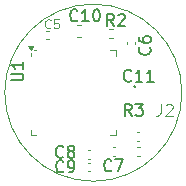
<source format=gbr>
%TF.GenerationSoftware,KiCad,Pcbnew,9.0.0*%
%TF.CreationDate,2025-03-13T16:47:56-04:00*%
%TF.ProjectId,IngestibleCapsule-Board_larger_vias,496e6765-7374-4696-926c-654361707375,rev?*%
%TF.SameCoordinates,Original*%
%TF.FileFunction,Legend,Top*%
%TF.FilePolarity,Positive*%
%FSLAX46Y46*%
G04 Gerber Fmt 4.6, Leading zero omitted, Abs format (unit mm)*
G04 Created by KiCad (PCBNEW 9.0.0) date 2025-03-13 16:47:56*
%MOMM*%
%LPD*%
G01*
G04 APERTURE LIST*
%ADD10C,0.093750*%
%ADD11C,0.150000*%
%ADD12C,0.100000*%
%ADD13C,0.120000*%
%TA.AperFunction,Profile*%
%ADD14C,0.050000*%
%TD*%
G04 APERTURE END LIST*
D10*
X96374999Y-69470660D02*
X96339285Y-69506375D01*
X96339285Y-69506375D02*
X96232142Y-69542089D01*
X96232142Y-69542089D02*
X96160714Y-69542089D01*
X96160714Y-69542089D02*
X96053571Y-69506375D01*
X96053571Y-69506375D02*
X95982142Y-69434946D01*
X95982142Y-69434946D02*
X95946428Y-69363517D01*
X95946428Y-69363517D02*
X95910714Y-69220660D01*
X95910714Y-69220660D02*
X95910714Y-69113517D01*
X95910714Y-69113517D02*
X95946428Y-68970660D01*
X95946428Y-68970660D02*
X95982142Y-68899232D01*
X95982142Y-68899232D02*
X96053571Y-68827803D01*
X96053571Y-68827803D02*
X96160714Y-68792089D01*
X96160714Y-68792089D02*
X96232142Y-68792089D01*
X96232142Y-68792089D02*
X96339285Y-68827803D01*
X96339285Y-68827803D02*
X96374999Y-68863517D01*
X97053571Y-68792089D02*
X96696428Y-68792089D01*
X96696428Y-68792089D02*
X96660714Y-69149232D01*
X96660714Y-69149232D02*
X96696428Y-69113517D01*
X96696428Y-69113517D02*
X96767857Y-69077803D01*
X96767857Y-69077803D02*
X96946428Y-69077803D01*
X96946428Y-69077803D02*
X97017857Y-69113517D01*
X97017857Y-69113517D02*
X97053571Y-69149232D01*
X97053571Y-69149232D02*
X97089285Y-69220660D01*
X97089285Y-69220660D02*
X97089285Y-69399232D01*
X97089285Y-69399232D02*
X97053571Y-69470660D01*
X97053571Y-69470660D02*
X97017857Y-69506375D01*
X97017857Y-69506375D02*
X96946428Y-69542089D01*
X96946428Y-69542089D02*
X96767857Y-69542089D01*
X96767857Y-69542089D02*
X96696428Y-69506375D01*
X96696428Y-69506375D02*
X96660714Y-69470660D01*
D11*
X97453333Y-81639580D02*
X97405714Y-81687200D01*
X97405714Y-81687200D02*
X97262857Y-81734819D01*
X97262857Y-81734819D02*
X97167619Y-81734819D01*
X97167619Y-81734819D02*
X97024762Y-81687200D01*
X97024762Y-81687200D02*
X96929524Y-81591961D01*
X96929524Y-81591961D02*
X96881905Y-81496723D01*
X96881905Y-81496723D02*
X96834286Y-81306247D01*
X96834286Y-81306247D02*
X96834286Y-81163390D01*
X96834286Y-81163390D02*
X96881905Y-80972914D01*
X96881905Y-80972914D02*
X96929524Y-80877676D01*
X96929524Y-80877676D02*
X97024762Y-80782438D01*
X97024762Y-80782438D02*
X97167619Y-80734819D01*
X97167619Y-80734819D02*
X97262857Y-80734819D01*
X97262857Y-80734819D02*
X97405714Y-80782438D01*
X97405714Y-80782438D02*
X97453333Y-80830057D01*
X97929524Y-81734819D02*
X98120000Y-81734819D01*
X98120000Y-81734819D02*
X98215238Y-81687200D01*
X98215238Y-81687200D02*
X98262857Y-81639580D01*
X98262857Y-81639580D02*
X98358095Y-81496723D01*
X98358095Y-81496723D02*
X98405714Y-81306247D01*
X98405714Y-81306247D02*
X98405714Y-80925295D01*
X98405714Y-80925295D02*
X98358095Y-80830057D01*
X98358095Y-80830057D02*
X98310476Y-80782438D01*
X98310476Y-80782438D02*
X98215238Y-80734819D01*
X98215238Y-80734819D02*
X98024762Y-80734819D01*
X98024762Y-80734819D02*
X97929524Y-80782438D01*
X97929524Y-80782438D02*
X97881905Y-80830057D01*
X97881905Y-80830057D02*
X97834286Y-80925295D01*
X97834286Y-80925295D02*
X97834286Y-81163390D01*
X97834286Y-81163390D02*
X97881905Y-81258628D01*
X97881905Y-81258628D02*
X97929524Y-81306247D01*
X97929524Y-81306247D02*
X98024762Y-81353866D01*
X98024762Y-81353866D02*
X98215238Y-81353866D01*
X98215238Y-81353866D02*
X98310476Y-81306247D01*
X98310476Y-81306247D02*
X98358095Y-81258628D01*
X98358095Y-81258628D02*
X98405714Y-81163390D01*
X98657142Y-68859580D02*
X98609523Y-68907200D01*
X98609523Y-68907200D02*
X98466666Y-68954819D01*
X98466666Y-68954819D02*
X98371428Y-68954819D01*
X98371428Y-68954819D02*
X98228571Y-68907200D01*
X98228571Y-68907200D02*
X98133333Y-68811961D01*
X98133333Y-68811961D02*
X98085714Y-68716723D01*
X98085714Y-68716723D02*
X98038095Y-68526247D01*
X98038095Y-68526247D02*
X98038095Y-68383390D01*
X98038095Y-68383390D02*
X98085714Y-68192914D01*
X98085714Y-68192914D02*
X98133333Y-68097676D01*
X98133333Y-68097676D02*
X98228571Y-68002438D01*
X98228571Y-68002438D02*
X98371428Y-67954819D01*
X98371428Y-67954819D02*
X98466666Y-67954819D01*
X98466666Y-67954819D02*
X98609523Y-68002438D01*
X98609523Y-68002438D02*
X98657142Y-68050057D01*
X99609523Y-68954819D02*
X99038095Y-68954819D01*
X99323809Y-68954819D02*
X99323809Y-67954819D01*
X99323809Y-67954819D02*
X99228571Y-68097676D01*
X99228571Y-68097676D02*
X99133333Y-68192914D01*
X99133333Y-68192914D02*
X99038095Y-68240533D01*
X100228571Y-67954819D02*
X100323809Y-67954819D01*
X100323809Y-67954819D02*
X100419047Y-68002438D01*
X100419047Y-68002438D02*
X100466666Y-68050057D01*
X100466666Y-68050057D02*
X100514285Y-68145295D01*
X100514285Y-68145295D02*
X100561904Y-68335771D01*
X100561904Y-68335771D02*
X100561904Y-68573866D01*
X100561904Y-68573866D02*
X100514285Y-68764342D01*
X100514285Y-68764342D02*
X100466666Y-68859580D01*
X100466666Y-68859580D02*
X100419047Y-68907200D01*
X100419047Y-68907200D02*
X100323809Y-68954819D01*
X100323809Y-68954819D02*
X100228571Y-68954819D01*
X100228571Y-68954819D02*
X100133333Y-68907200D01*
X100133333Y-68907200D02*
X100085714Y-68859580D01*
X100085714Y-68859580D02*
X100038095Y-68764342D01*
X100038095Y-68764342D02*
X99990476Y-68573866D01*
X99990476Y-68573866D02*
X99990476Y-68335771D01*
X99990476Y-68335771D02*
X100038095Y-68145295D01*
X100038095Y-68145295D02*
X100085714Y-68050057D01*
X100085714Y-68050057D02*
X100133333Y-68002438D01*
X100133333Y-68002438D02*
X100228571Y-67954819D01*
X97443333Y-80409580D02*
X97395714Y-80457200D01*
X97395714Y-80457200D02*
X97252857Y-80504819D01*
X97252857Y-80504819D02*
X97157619Y-80504819D01*
X97157619Y-80504819D02*
X97014762Y-80457200D01*
X97014762Y-80457200D02*
X96919524Y-80361961D01*
X96919524Y-80361961D02*
X96871905Y-80266723D01*
X96871905Y-80266723D02*
X96824286Y-80076247D01*
X96824286Y-80076247D02*
X96824286Y-79933390D01*
X96824286Y-79933390D02*
X96871905Y-79742914D01*
X96871905Y-79742914D02*
X96919524Y-79647676D01*
X96919524Y-79647676D02*
X97014762Y-79552438D01*
X97014762Y-79552438D02*
X97157619Y-79504819D01*
X97157619Y-79504819D02*
X97252857Y-79504819D01*
X97252857Y-79504819D02*
X97395714Y-79552438D01*
X97395714Y-79552438D02*
X97443333Y-79600057D01*
X98014762Y-79933390D02*
X97919524Y-79885771D01*
X97919524Y-79885771D02*
X97871905Y-79838152D01*
X97871905Y-79838152D02*
X97824286Y-79742914D01*
X97824286Y-79742914D02*
X97824286Y-79695295D01*
X97824286Y-79695295D02*
X97871905Y-79600057D01*
X97871905Y-79600057D02*
X97919524Y-79552438D01*
X97919524Y-79552438D02*
X98014762Y-79504819D01*
X98014762Y-79504819D02*
X98205238Y-79504819D01*
X98205238Y-79504819D02*
X98300476Y-79552438D01*
X98300476Y-79552438D02*
X98348095Y-79600057D01*
X98348095Y-79600057D02*
X98395714Y-79695295D01*
X98395714Y-79695295D02*
X98395714Y-79742914D01*
X98395714Y-79742914D02*
X98348095Y-79838152D01*
X98348095Y-79838152D02*
X98300476Y-79885771D01*
X98300476Y-79885771D02*
X98205238Y-79933390D01*
X98205238Y-79933390D02*
X98014762Y-79933390D01*
X98014762Y-79933390D02*
X97919524Y-79981009D01*
X97919524Y-79981009D02*
X97871905Y-80028628D01*
X97871905Y-80028628D02*
X97824286Y-80123866D01*
X97824286Y-80123866D02*
X97824286Y-80314342D01*
X97824286Y-80314342D02*
X97871905Y-80409580D01*
X97871905Y-80409580D02*
X97919524Y-80457200D01*
X97919524Y-80457200D02*
X98014762Y-80504819D01*
X98014762Y-80504819D02*
X98205238Y-80504819D01*
X98205238Y-80504819D02*
X98300476Y-80457200D01*
X98300476Y-80457200D02*
X98348095Y-80409580D01*
X98348095Y-80409580D02*
X98395714Y-80314342D01*
X98395714Y-80314342D02*
X98395714Y-80123866D01*
X98395714Y-80123866D02*
X98348095Y-80028628D01*
X98348095Y-80028628D02*
X98300476Y-79981009D01*
X98300476Y-79981009D02*
X98205238Y-79933390D01*
X103207142Y-73959580D02*
X103159523Y-74007200D01*
X103159523Y-74007200D02*
X103016666Y-74054819D01*
X103016666Y-74054819D02*
X102921428Y-74054819D01*
X102921428Y-74054819D02*
X102778571Y-74007200D01*
X102778571Y-74007200D02*
X102683333Y-73911961D01*
X102683333Y-73911961D02*
X102635714Y-73816723D01*
X102635714Y-73816723D02*
X102588095Y-73626247D01*
X102588095Y-73626247D02*
X102588095Y-73483390D01*
X102588095Y-73483390D02*
X102635714Y-73292914D01*
X102635714Y-73292914D02*
X102683333Y-73197676D01*
X102683333Y-73197676D02*
X102778571Y-73102438D01*
X102778571Y-73102438D02*
X102921428Y-73054819D01*
X102921428Y-73054819D02*
X103016666Y-73054819D01*
X103016666Y-73054819D02*
X103159523Y-73102438D01*
X103159523Y-73102438D02*
X103207142Y-73150057D01*
X104159523Y-74054819D02*
X103588095Y-74054819D01*
X103873809Y-74054819D02*
X103873809Y-73054819D01*
X103873809Y-73054819D02*
X103778571Y-73197676D01*
X103778571Y-73197676D02*
X103683333Y-73292914D01*
X103683333Y-73292914D02*
X103588095Y-73340533D01*
X105111904Y-74054819D02*
X104540476Y-74054819D01*
X104826190Y-74054819D02*
X104826190Y-73054819D01*
X104826190Y-73054819D02*
X104730952Y-73197676D01*
X104730952Y-73197676D02*
X104635714Y-73292914D01*
X104635714Y-73292914D02*
X104540476Y-73340533D01*
X104759580Y-71166666D02*
X104807200Y-71214285D01*
X104807200Y-71214285D02*
X104854819Y-71357142D01*
X104854819Y-71357142D02*
X104854819Y-71452380D01*
X104854819Y-71452380D02*
X104807200Y-71595237D01*
X104807200Y-71595237D02*
X104711961Y-71690475D01*
X104711961Y-71690475D02*
X104616723Y-71738094D01*
X104616723Y-71738094D02*
X104426247Y-71785713D01*
X104426247Y-71785713D02*
X104283390Y-71785713D01*
X104283390Y-71785713D02*
X104092914Y-71738094D01*
X104092914Y-71738094D02*
X103997676Y-71690475D01*
X103997676Y-71690475D02*
X103902438Y-71595237D01*
X103902438Y-71595237D02*
X103854819Y-71452380D01*
X103854819Y-71452380D02*
X103854819Y-71357142D01*
X103854819Y-71357142D02*
X103902438Y-71214285D01*
X103902438Y-71214285D02*
X103950057Y-71166666D01*
X103854819Y-70309523D02*
X103854819Y-70499999D01*
X103854819Y-70499999D02*
X103902438Y-70595237D01*
X103902438Y-70595237D02*
X103950057Y-70642856D01*
X103950057Y-70642856D02*
X104092914Y-70738094D01*
X104092914Y-70738094D02*
X104283390Y-70785713D01*
X104283390Y-70785713D02*
X104664342Y-70785713D01*
X104664342Y-70785713D02*
X104759580Y-70738094D01*
X104759580Y-70738094D02*
X104807200Y-70690475D01*
X104807200Y-70690475D02*
X104854819Y-70595237D01*
X104854819Y-70595237D02*
X104854819Y-70404761D01*
X104854819Y-70404761D02*
X104807200Y-70309523D01*
X104807200Y-70309523D02*
X104759580Y-70261904D01*
X104759580Y-70261904D02*
X104664342Y-70214285D01*
X104664342Y-70214285D02*
X104426247Y-70214285D01*
X104426247Y-70214285D02*
X104331009Y-70261904D01*
X104331009Y-70261904D02*
X104283390Y-70309523D01*
X104283390Y-70309523D02*
X104235771Y-70404761D01*
X104235771Y-70404761D02*
X104235771Y-70595237D01*
X104235771Y-70595237D02*
X104283390Y-70690475D01*
X104283390Y-70690475D02*
X104331009Y-70738094D01*
X104331009Y-70738094D02*
X104426247Y-70785713D01*
X101533333Y-81559580D02*
X101485714Y-81607200D01*
X101485714Y-81607200D02*
X101342857Y-81654819D01*
X101342857Y-81654819D02*
X101247619Y-81654819D01*
X101247619Y-81654819D02*
X101104762Y-81607200D01*
X101104762Y-81607200D02*
X101009524Y-81511961D01*
X101009524Y-81511961D02*
X100961905Y-81416723D01*
X100961905Y-81416723D02*
X100914286Y-81226247D01*
X100914286Y-81226247D02*
X100914286Y-81083390D01*
X100914286Y-81083390D02*
X100961905Y-80892914D01*
X100961905Y-80892914D02*
X101009524Y-80797676D01*
X101009524Y-80797676D02*
X101104762Y-80702438D01*
X101104762Y-80702438D02*
X101247619Y-80654819D01*
X101247619Y-80654819D02*
X101342857Y-80654819D01*
X101342857Y-80654819D02*
X101485714Y-80702438D01*
X101485714Y-80702438D02*
X101533333Y-80750057D01*
X101866667Y-80654819D02*
X102533333Y-80654819D01*
X102533333Y-80654819D02*
X102104762Y-81654819D01*
X103233333Y-76954819D02*
X102900000Y-76478628D01*
X102661905Y-76954819D02*
X102661905Y-75954819D01*
X102661905Y-75954819D02*
X103042857Y-75954819D01*
X103042857Y-75954819D02*
X103138095Y-76002438D01*
X103138095Y-76002438D02*
X103185714Y-76050057D01*
X103185714Y-76050057D02*
X103233333Y-76145295D01*
X103233333Y-76145295D02*
X103233333Y-76288152D01*
X103233333Y-76288152D02*
X103185714Y-76383390D01*
X103185714Y-76383390D02*
X103138095Y-76431009D01*
X103138095Y-76431009D02*
X103042857Y-76478628D01*
X103042857Y-76478628D02*
X102661905Y-76478628D01*
X103566667Y-75954819D02*
X104185714Y-75954819D01*
X104185714Y-75954819D02*
X103852381Y-76335771D01*
X103852381Y-76335771D02*
X103995238Y-76335771D01*
X103995238Y-76335771D02*
X104090476Y-76383390D01*
X104090476Y-76383390D02*
X104138095Y-76431009D01*
X104138095Y-76431009D02*
X104185714Y-76526247D01*
X104185714Y-76526247D02*
X104185714Y-76764342D01*
X104185714Y-76764342D02*
X104138095Y-76859580D01*
X104138095Y-76859580D02*
X104090476Y-76907200D01*
X104090476Y-76907200D02*
X103995238Y-76954819D01*
X103995238Y-76954819D02*
X103709524Y-76954819D01*
X103709524Y-76954819D02*
X103614286Y-76907200D01*
X103614286Y-76907200D02*
X103566667Y-76859580D01*
D12*
X105716666Y-75957419D02*
X105716666Y-76671704D01*
X105716666Y-76671704D02*
X105669047Y-76814561D01*
X105669047Y-76814561D02*
X105573809Y-76909800D01*
X105573809Y-76909800D02*
X105430952Y-76957419D01*
X105430952Y-76957419D02*
X105335714Y-76957419D01*
X106145238Y-76052657D02*
X106192857Y-76005038D01*
X106192857Y-76005038D02*
X106288095Y-75957419D01*
X106288095Y-75957419D02*
X106526190Y-75957419D01*
X106526190Y-75957419D02*
X106621428Y-76005038D01*
X106621428Y-76005038D02*
X106669047Y-76052657D01*
X106669047Y-76052657D02*
X106716666Y-76147895D01*
X106716666Y-76147895D02*
X106716666Y-76243133D01*
X106716666Y-76243133D02*
X106669047Y-76385990D01*
X106669047Y-76385990D02*
X106097619Y-76957419D01*
X106097619Y-76957419D02*
X106716666Y-76957419D01*
D11*
X93054819Y-73961904D02*
X93864342Y-73961904D01*
X93864342Y-73961904D02*
X93959580Y-73914285D01*
X93959580Y-73914285D02*
X94007200Y-73866666D01*
X94007200Y-73866666D02*
X94054819Y-73771428D01*
X94054819Y-73771428D02*
X94054819Y-73580952D01*
X94054819Y-73580952D02*
X94007200Y-73485714D01*
X94007200Y-73485714D02*
X93959580Y-73438095D01*
X93959580Y-73438095D02*
X93864342Y-73390476D01*
X93864342Y-73390476D02*
X93054819Y-73390476D01*
X94054819Y-72390476D02*
X94054819Y-72961904D01*
X94054819Y-72676190D02*
X93054819Y-72676190D01*
X93054819Y-72676190D02*
X93197676Y-72771428D01*
X93197676Y-72771428D02*
X93292914Y-72866666D01*
X93292914Y-72866666D02*
X93340533Y-72961904D01*
X101733333Y-69354819D02*
X101400000Y-68878628D01*
X101161905Y-69354819D02*
X101161905Y-68354819D01*
X101161905Y-68354819D02*
X101542857Y-68354819D01*
X101542857Y-68354819D02*
X101638095Y-68402438D01*
X101638095Y-68402438D02*
X101685714Y-68450057D01*
X101685714Y-68450057D02*
X101733333Y-68545295D01*
X101733333Y-68545295D02*
X101733333Y-68688152D01*
X101733333Y-68688152D02*
X101685714Y-68783390D01*
X101685714Y-68783390D02*
X101638095Y-68831009D01*
X101638095Y-68831009D02*
X101542857Y-68878628D01*
X101542857Y-68878628D02*
X101161905Y-68878628D01*
X102114286Y-68450057D02*
X102161905Y-68402438D01*
X102161905Y-68402438D02*
X102257143Y-68354819D01*
X102257143Y-68354819D02*
X102495238Y-68354819D01*
X102495238Y-68354819D02*
X102590476Y-68402438D01*
X102590476Y-68402438D02*
X102638095Y-68450057D01*
X102638095Y-68450057D02*
X102685714Y-68545295D01*
X102685714Y-68545295D02*
X102685714Y-68640533D01*
X102685714Y-68640533D02*
X102638095Y-68783390D01*
X102638095Y-68783390D02*
X102066667Y-69354819D01*
X102066667Y-69354819D02*
X102685714Y-69354819D01*
D13*
%TO.C,C5*%
X95992164Y-69740000D02*
X96207836Y-69740000D01*
X95992164Y-70460000D02*
X96207836Y-70460000D01*
%TO.C,C9*%
X99512164Y-80920000D02*
X99727836Y-80920000D01*
X99512164Y-81640000D02*
X99727836Y-81640000D01*
%TO.C,C10*%
X98634420Y-69290000D02*
X98915580Y-69290000D01*
X98634420Y-70310000D02*
X98915580Y-70310000D01*
%TO.C,C8*%
X99522164Y-79870000D02*
X99737836Y-79870000D01*
X99522164Y-80590000D02*
X99737836Y-80590000D01*
%TO.C,C11*%
X103692164Y-78340000D02*
X103907836Y-78340000D01*
X103692164Y-79060000D02*
X103907836Y-79060000D01*
%TO.C,C6*%
X102840000Y-70907836D02*
X102840000Y-70692164D01*
X103560000Y-70907836D02*
X103560000Y-70692164D01*
%TO.C,C7*%
X101632164Y-79640000D02*
X101847836Y-79640000D01*
X101632164Y-80360000D02*
X101847836Y-80360000D01*
%TO.C,R3*%
X103656359Y-79620000D02*
X103963641Y-79620000D01*
X103656359Y-80380000D02*
X103963641Y-80380000D01*
D12*
%TO.C,J2*%
X103600000Y-74500000D02*
G75*
G02*
X103400000Y-74500000I-100000J0D01*
G01*
X103400000Y-74500000D02*
G75*
G02*
X103600000Y-74500000I100000J0D01*
G01*
D13*
%TO.C,U1*%
X94690000Y-71865000D02*
X94690000Y-71630000D01*
X94690000Y-78610000D02*
X94690000Y-78135000D01*
X95165000Y-71390000D02*
X94990000Y-71390000D01*
X95165000Y-78610000D02*
X94690000Y-78610000D01*
X101435000Y-71390000D02*
X101910000Y-71390000D01*
X101435000Y-78610000D02*
X101910000Y-78610000D01*
X101910000Y-71390000D02*
X101910000Y-71865000D01*
X101910000Y-78610000D02*
X101910000Y-78135000D01*
X94690000Y-71390000D02*
X94450000Y-71060000D01*
X94930000Y-71060000D01*
X94690000Y-71390000D01*
G36*
X94690000Y-71390000D02*
G01*
X94450000Y-71060000D01*
X94930000Y-71060000D01*
X94690000Y-71390000D01*
G37*
%TO.C,R2*%
X101336359Y-69620000D02*
X101643641Y-69620000D01*
X101336359Y-70380000D02*
X101643641Y-70380000D01*
%TD*%
D14*
X107500000Y-75000000D02*
G75*
G02*
X92500000Y-75000000I-7500000J0D01*
G01*
X92500000Y-75000000D02*
G75*
G02*
X107500000Y-75000000I7500000J0D01*
G01*
M02*

</source>
